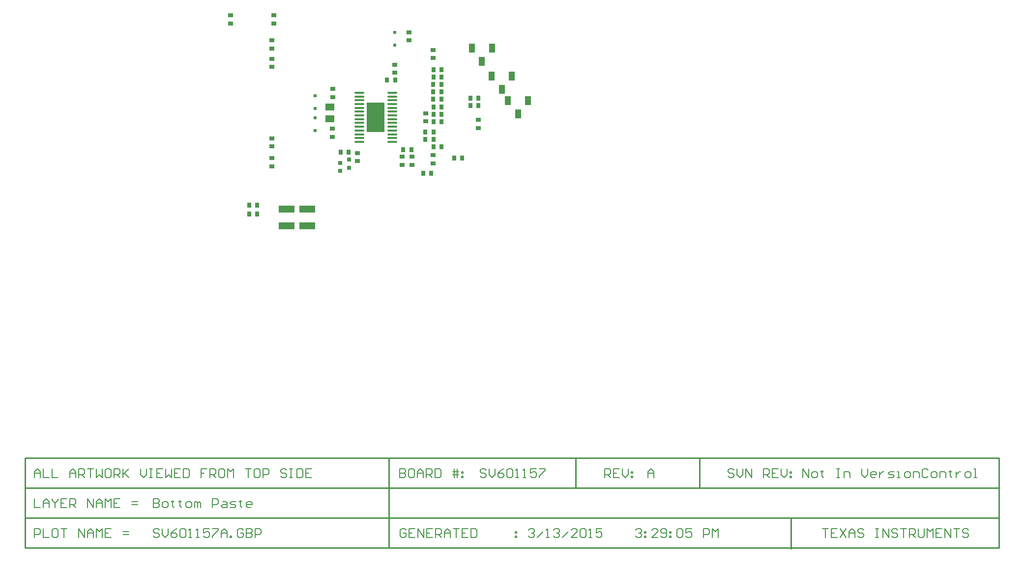
<source format=gbp>
%FSAX25Y25*%
%MOIN*%
G70*
G01*
G75*
G04 Layer_Color=128*
%ADD10R,0.90000X0.25000*%
%ADD11R,0.07874X0.07874*%
%ADD12R,0.07480X0.17323*%
%ADD13R,0.02559X0.04724*%
%ADD14R,0.02756X0.01969*%
%ADD15R,0.18504X0.17716*%
%ADD16R,0.21654X0.27559*%
%ADD17C,0.03937*%
%ADD18R,0.07874X0.15748*%
%ADD19R,0.03937X0.44094*%
%ADD20R,0.03937X0.25984*%
%ADD21R,0.10630X0.05118*%
%ADD22R,0.06300X0.05000*%
%ADD23R,0.03740X0.03937*%
%ADD24R,0.04724X0.02559*%
%ADD25R,0.01969X0.02756*%
%ADD26R,0.17716X0.18504*%
%ADD27R,0.07874X0.07874*%
%ADD28P,0.07072X4X90.0*%
%ADD29C,0.02400*%
%ADD30C,0.01200*%
%ADD31C,0.01000*%
%ADD32C,0.00800*%
%ADD33C,0.31496*%
%ADD34C,0.08700*%
%ADD35C,0.47244*%
%ADD36C,0.01575*%
%ADD37C,0.02400*%
%ADD38C,0.03800*%
%ADD39C,0.00700*%
%ADD40R,0.03937X0.06299*%
%ADD41R,0.02362X0.02362*%
%ADD42R,0.12205X0.20394*%
%ADD43O,0.06693X0.01378*%
%ADD44R,0.03347X0.03150*%
%ADD45R,0.03000X0.03000*%
%ADD46R,0.03150X0.03347*%
%ADD47C,0.01600*%
%ADD48C,0.00799*%
%ADD49C,0.00500*%
%ADD50C,0.00787*%
%ADD51C,0.00709*%
%ADD52C,0.00669*%
%ADD53C,0.01400*%
%ADD54R,0.12400X0.02000*%
%ADD55R,0.01762X0.02224*%
%ADD56R,0.02224X0.01762*%
%ADD57R,0.02000X0.12400*%
%ADD58R,0.30000X0.10000*%
%ADD59R,0.05118X0.04854*%
%ADD60R,0.05118X0.04854*%
%ADD61R,0.04854X0.05118*%
%ADD62R,0.08268X0.08268*%
%ADD63R,0.07874X0.17716*%
%ADD64R,0.02953X0.05118*%
%ADD65R,0.03150X0.02362*%
%ADD66R,0.18898X0.18110*%
%ADD67R,0.22047X0.27953*%
%ADD68C,0.07874*%
%ADD69R,0.08268X0.16142*%
%ADD70R,0.04331X0.44488*%
%ADD71R,0.04331X0.26378*%
%ADD72R,0.11024X0.05512*%
%ADD73R,0.06694X0.05394*%
%ADD74R,0.04134X0.04331*%
%ADD75R,0.05118X0.02953*%
%ADD76R,0.02362X0.03150*%
%ADD77R,0.18110X0.18898*%
%ADD78R,0.08268X0.08268*%
%ADD79C,0.31890*%
%ADD80C,0.09094*%
%ADD81C,0.47638*%
%ADD82C,0.01969*%
%ADD83C,0.02794*%
%ADD84C,0.04194*%
%ADD85R,0.04331X0.06693*%
%ADD86R,0.02756X0.02756*%
%ADD87R,0.12598X0.20787*%
%ADD88O,0.07087X0.01772*%
%ADD89R,0.03740X0.03543*%
%ADD90R,0.03394X0.03394*%
%ADD91R,0.03543X0.03740*%
%ADD92R,0.01969X0.01969*%
G54D21*
X0217385Y0258691D02*
D03*
Y0270109D02*
D03*
X0231385Y0258691D02*
D03*
Y0270109D02*
D03*
G54D22*
X0246700Y0331400D02*
D03*
Y0339400D02*
D03*
G54D31*
X0497200Y0080717D02*
Y0101050D01*
X0413200Y0080717D02*
Y0101050D01*
X0040000Y0080717D02*
X0700200D01*
X0040000Y0060383D02*
X0700000D01*
X0040000Y0040050D02*
X0440500D01*
X0040050Y0101050D02*
X0700200D01*
X0040050Y0040050D02*
Y0101050D01*
Y0040050D02*
X0197600D01*
X0040000D02*
Y0101050D01*
X0286500Y0040050D02*
Y0101050D01*
X0700200Y0040050D02*
Y0101050D01*
X0440500Y0040050D02*
X0700200D01*
X0559400Y0039400D02*
Y0059683D01*
G54D32*
X0126900Y0073549D02*
Y0067551D01*
X0129899D01*
X0130899Y0068550D01*
Y0069550D01*
X0129899Y0070550D01*
X0126900D01*
X0129899D01*
X0130899Y0071549D01*
Y0072549D01*
X0129899Y0073549D01*
X0126900D01*
X0133898Y0067551D02*
X0135897D01*
X0136897Y0068550D01*
Y0070550D01*
X0135897Y0071549D01*
X0133898D01*
X0132898Y0070550D01*
Y0068550D01*
X0133898Y0067551D01*
X0139896Y0072549D02*
Y0071549D01*
X0138896D01*
X0140895D01*
X0139896D01*
Y0068550D01*
X0140895Y0067551D01*
X0144894Y0072549D02*
Y0071549D01*
X0143895D01*
X0145894D01*
X0144894D01*
Y0068550D01*
X0145894Y0067551D01*
X0149893D02*
X0151892D01*
X0152892Y0068550D01*
Y0070550D01*
X0151892Y0071549D01*
X0149893D01*
X0148893Y0070550D01*
Y0068550D01*
X0149893Y0067551D01*
X0154891D02*
Y0071549D01*
X0155891D01*
X0156890Y0070550D01*
Y0067551D01*
Y0070550D01*
X0157890Y0071549D01*
X0158890Y0070550D01*
Y0067551D01*
X0166887D02*
Y0073549D01*
X0169886D01*
X0170886Y0072549D01*
Y0070550D01*
X0169886Y0069550D01*
X0166887D01*
X0173885Y0071549D02*
X0175884D01*
X0176884Y0070550D01*
Y0067551D01*
X0173885D01*
X0172885Y0068550D01*
X0173885Y0069550D01*
X0176884D01*
X0178883Y0067551D02*
X0181882D01*
X0182882Y0068550D01*
X0181882Y0069550D01*
X0179883D01*
X0178883Y0070550D01*
X0179883Y0071549D01*
X0182882D01*
X0185881Y0072549D02*
Y0071549D01*
X0184881D01*
X0186881D01*
X0185881D01*
Y0068550D01*
X0186881Y0067551D01*
X0192879D02*
X0190879D01*
X0189880Y0068550D01*
Y0070550D01*
X0190879Y0071549D01*
X0192879D01*
X0193878Y0070550D01*
Y0069550D01*
X0189880D01*
X0567400Y0087833D02*
Y0093831D01*
X0571399Y0087833D01*
Y0093831D01*
X0574398Y0087833D02*
X0576397D01*
X0577397Y0088833D01*
Y0090832D01*
X0576397Y0091832D01*
X0574398D01*
X0573398Y0090832D01*
Y0088833D01*
X0574398Y0087833D01*
X0580396Y0092832D02*
Y0091832D01*
X0579396D01*
X0581395D01*
X0580396D01*
Y0088833D01*
X0581395Y0087833D01*
X0590393Y0093831D02*
X0592392D01*
X0591392D01*
Y0087833D01*
X0590393D01*
X0592392D01*
X0595391D02*
Y0091832D01*
X0598390D01*
X0599390Y0090832D01*
Y0087833D01*
X0607387Y0093831D02*
Y0089833D01*
X0609386Y0087833D01*
X0611386Y0089833D01*
Y0093831D01*
X0616384Y0087833D02*
X0614385D01*
X0613385Y0088833D01*
Y0090832D01*
X0614385Y0091832D01*
X0616384D01*
X0617384Y0090832D01*
Y0089833D01*
X0613385D01*
X0619383Y0091832D02*
Y0087833D01*
Y0089833D01*
X0620383Y0090832D01*
X0621383Y0091832D01*
X0622382D01*
X0625381Y0087833D02*
X0628380D01*
X0629380Y0088833D01*
X0628380Y0089833D01*
X0626381D01*
X0625381Y0090832D01*
X0626381Y0091832D01*
X0629380D01*
X0631379Y0087833D02*
X0633379D01*
X0632379D01*
Y0091832D01*
X0631379D01*
X0637377Y0087833D02*
X0639377D01*
X0640376Y0088833D01*
Y0090832D01*
X0639377Y0091832D01*
X0637377D01*
X0636378Y0090832D01*
Y0088833D01*
X0637377Y0087833D01*
X0642376D02*
Y0091832D01*
X0645375D01*
X0646374Y0090832D01*
Y0087833D01*
X0652373Y0092832D02*
X0651373Y0093831D01*
X0649373D01*
X0648374Y0092832D01*
Y0088833D01*
X0649373Y0087833D01*
X0651373D01*
X0652373Y0088833D01*
X0655372Y0087833D02*
X0657371D01*
X0658371Y0088833D01*
Y0090832D01*
X0657371Y0091832D01*
X0655372D01*
X0654372Y0090832D01*
Y0088833D01*
X0655372Y0087833D01*
X0660370D02*
Y0091832D01*
X0663369D01*
X0664369Y0090832D01*
Y0087833D01*
X0667368Y0092832D02*
Y0091832D01*
X0666368D01*
X0668367D01*
X0667368D01*
Y0088833D01*
X0668367Y0087833D01*
X0671366Y0091832D02*
Y0087833D01*
Y0089833D01*
X0672366Y0090832D01*
X0673366Y0091832D01*
X0674365D01*
X0678364Y0087833D02*
X0680364D01*
X0681363Y0088833D01*
Y0090832D01*
X0680364Y0091832D01*
X0678364D01*
X0677364Y0090832D01*
Y0088833D01*
X0678364Y0087833D01*
X0683362D02*
X0685362D01*
X0684362D01*
Y0093831D01*
X0683362D01*
X0520799Y0092832D02*
X0519799Y0093831D01*
X0517800D01*
X0516800Y0092832D01*
Y0091832D01*
X0517800Y0090832D01*
X0519799D01*
X0520799Y0089833D01*
Y0088833D01*
X0519799Y0087833D01*
X0517800D01*
X0516800Y0088833D01*
X0522798Y0093831D02*
Y0089833D01*
X0524797Y0087833D01*
X0526797Y0089833D01*
Y0093831D01*
X0528796Y0087833D02*
Y0093831D01*
X0532795Y0087833D01*
Y0093831D01*
X0540792Y0087833D02*
Y0093831D01*
X0543791D01*
X0544791Y0092832D01*
Y0090832D01*
X0543791Y0089833D01*
X0540792D01*
X0542792D02*
X0544791Y0087833D01*
X0550789Y0093831D02*
X0546790D01*
Y0087833D01*
X0550789D01*
X0546790Y0090832D02*
X0548790D01*
X0552788Y0093831D02*
Y0089833D01*
X0554788Y0087833D01*
X0556787Y0089833D01*
Y0093831D01*
X0558786Y0091832D02*
X0559786D01*
Y0090832D01*
X0558786D01*
Y0091832D01*
Y0088833D02*
X0559786D01*
Y0087833D01*
X0558786D01*
Y0088833D01*
X0433000Y0087833D02*
Y0093831D01*
X0435999D01*
X0436999Y0092832D01*
Y0090832D01*
X0435999Y0089833D01*
X0433000D01*
X0434999D02*
X0436999Y0087833D01*
X0442997Y0093831D02*
X0438998D01*
Y0087833D01*
X0442997D01*
X0438998Y0090832D02*
X0440997D01*
X0444996Y0093831D02*
Y0089833D01*
X0446995Y0087833D01*
X0448995Y0089833D01*
Y0093831D01*
X0450994Y0091832D02*
X0451994D01*
Y0090832D01*
X0450994D01*
Y0091832D01*
Y0088833D02*
X0451994D01*
Y0087833D01*
X0450994D01*
Y0088833D01*
X0130899Y0051965D02*
X0129899Y0052965D01*
X0127900D01*
X0126900Y0051965D01*
Y0050965D01*
X0127900Y0049966D01*
X0129899D01*
X0130899Y0048966D01*
Y0047966D01*
X0129899Y0046966D01*
X0127900D01*
X0126900Y0047966D01*
X0132898Y0052965D02*
Y0048966D01*
X0134897Y0046966D01*
X0136897Y0048966D01*
Y0052965D01*
X0142895D02*
X0140895Y0051965D01*
X0138896Y0049966D01*
Y0047966D01*
X0139896Y0046966D01*
X0141895D01*
X0142895Y0047966D01*
Y0048966D01*
X0141895Y0049966D01*
X0138896D01*
X0144894Y0051965D02*
X0145894Y0052965D01*
X0147893D01*
X0148893Y0051965D01*
Y0047966D01*
X0147893Y0046966D01*
X0145894D01*
X0144894Y0047966D01*
Y0051965D01*
X0150892Y0046966D02*
X0152892D01*
X0151892D01*
Y0052965D01*
X0150892Y0051965D01*
X0155891Y0046966D02*
X0157890D01*
X0156890D01*
Y0052965D01*
X0155891Y0051965D01*
X0164888Y0052965D02*
X0160889D01*
Y0049966D01*
X0162888Y0050965D01*
X0163888D01*
X0164888Y0049966D01*
Y0047966D01*
X0163888Y0046966D01*
X0161889D01*
X0160889Y0047966D01*
X0166887Y0052965D02*
X0170886D01*
Y0051965D01*
X0166887Y0047966D01*
Y0046966D01*
X0172885D02*
Y0050965D01*
X0174884Y0052965D01*
X0176884Y0050965D01*
Y0046966D01*
Y0049966D01*
X0172885D01*
X0178883Y0046966D02*
Y0047966D01*
X0179883D01*
Y0046966D01*
X0178883D01*
X0187880Y0051965D02*
X0186881Y0052965D01*
X0184881D01*
X0183882Y0051965D01*
Y0047966D01*
X0184881Y0046966D01*
X0186881D01*
X0187880Y0047966D01*
Y0049966D01*
X0185881D01*
X0189880Y0052965D02*
Y0046966D01*
X0192879D01*
X0193878Y0047966D01*
Y0048966D01*
X0192879Y0049966D01*
X0189880D01*
X0192879D01*
X0193878Y0050965D01*
Y0051965D01*
X0192879Y0052965D01*
X0189880D01*
X0195878Y0046966D02*
Y0052965D01*
X0198877D01*
X0199876Y0051965D01*
Y0049966D01*
X0198877Y0048966D01*
X0195878D01*
X0381150Y0051965D02*
X0382150Y0052965D01*
X0384149D01*
X0385149Y0051965D01*
Y0050965D01*
X0384149Y0049966D01*
X0383149D01*
X0384149D01*
X0385149Y0048966D01*
Y0047966D01*
X0384149Y0046966D01*
X0382150D01*
X0381150Y0047966D01*
X0387148Y0046966D02*
X0391147Y0050965D01*
X0393146Y0046966D02*
X0395146D01*
X0394146D01*
Y0052965D01*
X0393146Y0051965D01*
X0398145D02*
X0399144Y0052965D01*
X0401144D01*
X0402143Y0051965D01*
Y0050965D01*
X0401144Y0049966D01*
X0400144D01*
X0401144D01*
X0402143Y0048966D01*
Y0047966D01*
X0401144Y0046966D01*
X0399144D01*
X0398145Y0047966D01*
X0404143Y0046966D02*
X0408141Y0050965D01*
X0414139Y0046966D02*
X0410141D01*
X0414139Y0050965D01*
Y0051965D01*
X0413140Y0052965D01*
X0411140D01*
X0410141Y0051965D01*
X0416139D02*
X0417138Y0052965D01*
X0419138D01*
X0420137Y0051965D01*
Y0047966D01*
X0419138Y0046966D01*
X0417138D01*
X0416139Y0047966D01*
Y0051965D01*
X0422137Y0046966D02*
X0424136D01*
X0423136D01*
Y0052965D01*
X0422137Y0051965D01*
X0431134Y0052965D02*
X0427135D01*
Y0049966D01*
X0429135Y0050965D01*
X0430134D01*
X0431134Y0049966D01*
Y0047966D01*
X0430134Y0046966D01*
X0428135D01*
X0427135Y0047966D01*
X0298199Y0051965D02*
X0297199Y0052965D01*
X0295200D01*
X0294200Y0051965D01*
Y0047966D01*
X0295200Y0046966D01*
X0297199D01*
X0298199Y0047966D01*
Y0049966D01*
X0296199D01*
X0304197Y0052965D02*
X0300198D01*
Y0046966D01*
X0304197D01*
X0300198Y0049966D02*
X0302197D01*
X0306196Y0046966D02*
Y0052965D01*
X0310195Y0046966D01*
Y0052965D01*
X0316193D02*
X0312194D01*
Y0046966D01*
X0316193D01*
X0312194Y0049966D02*
X0314194D01*
X0318192Y0046966D02*
Y0052965D01*
X0321191D01*
X0322191Y0051965D01*
Y0049966D01*
X0321191Y0048966D01*
X0318192D01*
X0320192D02*
X0322191Y0046966D01*
X0324190D02*
Y0050965D01*
X0326190Y0052965D01*
X0328189Y0050965D01*
Y0046966D01*
Y0049966D01*
X0324190D01*
X0330188Y0052965D02*
X0334187D01*
X0332188D01*
Y0046966D01*
X0340185Y0052965D02*
X0336186D01*
Y0046966D01*
X0340185D01*
X0336186Y0049966D02*
X0338186D01*
X0342184Y0052965D02*
Y0046966D01*
X0345183D01*
X0346183Y0047966D01*
Y0051965D01*
X0345183Y0052965D01*
X0342184D01*
X0372175Y0050965D02*
X0373175D01*
Y0049966D01*
X0372175D01*
Y0050965D01*
Y0047966D02*
X0373175D01*
Y0046966D01*
X0372175D01*
Y0047966D01*
X0046350Y0087833D02*
Y0091832D01*
X0048349Y0093831D01*
X0050349Y0091832D01*
Y0087833D01*
Y0090832D01*
X0046350D01*
X0052348Y0093831D02*
Y0087833D01*
X0056347D01*
X0058346Y0093831D02*
Y0087833D01*
X0062345D01*
X0070342D02*
Y0091832D01*
X0072342Y0093831D01*
X0074341Y0091832D01*
Y0087833D01*
Y0090832D01*
X0070342D01*
X0076340Y0087833D02*
Y0093831D01*
X0079339D01*
X0080339Y0092832D01*
Y0090832D01*
X0079339Y0089833D01*
X0076340D01*
X0078340D02*
X0080339Y0087833D01*
X0082338Y0093831D02*
X0086337D01*
X0084338D01*
Y0087833D01*
X0088336Y0093831D02*
Y0087833D01*
X0090336Y0089833D01*
X0092335Y0087833D01*
Y0093831D01*
X0097334D02*
X0095334D01*
X0094335Y0092832D01*
Y0088833D01*
X0095334Y0087833D01*
X0097334D01*
X0098333Y0088833D01*
Y0092832D01*
X0097334Y0093831D01*
X0100332Y0087833D02*
Y0093831D01*
X0103332D01*
X0104331Y0092832D01*
Y0090832D01*
X0103332Y0089833D01*
X0100332D01*
X0102332D02*
X0104331Y0087833D01*
X0106331Y0093831D02*
Y0087833D01*
Y0089833D01*
X0110329Y0093831D01*
X0107330Y0090832D01*
X0110329Y0087833D01*
X0118327Y0093831D02*
Y0089833D01*
X0120326Y0087833D01*
X0122325Y0089833D01*
Y0093831D01*
X0124325D02*
X0126324D01*
X0125324D01*
Y0087833D01*
X0124325D01*
X0126324D01*
X0133322Y0093831D02*
X0129323D01*
Y0087833D01*
X0133322D01*
X0129323Y0090832D02*
X0131323D01*
X0135321Y0093831D02*
Y0087833D01*
X0137321Y0089833D01*
X0139320Y0087833D01*
Y0093831D01*
X0145318D02*
X0141319D01*
Y0087833D01*
X0145318D01*
X0141319Y0090832D02*
X0143319D01*
X0147317Y0093831D02*
Y0087833D01*
X0150316D01*
X0151316Y0088833D01*
Y0092832D01*
X0150316Y0093831D01*
X0147317D01*
X0163312D02*
X0159313D01*
Y0090832D01*
X0161313D01*
X0159313D01*
Y0087833D01*
X0165312D02*
Y0093831D01*
X0168310D01*
X0169310Y0092832D01*
Y0090832D01*
X0168310Y0089833D01*
X0165312D01*
X0167311D02*
X0169310Y0087833D01*
X0174309Y0093831D02*
X0172309D01*
X0171310Y0092832D01*
Y0088833D01*
X0172309Y0087833D01*
X0174309D01*
X0175308Y0088833D01*
Y0092832D01*
X0174309Y0093831D01*
X0177308Y0087833D02*
Y0093831D01*
X0179307Y0091832D01*
X0181306Y0093831D01*
Y0087833D01*
X0189304Y0093831D02*
X0193303D01*
X0191303D01*
Y0087833D01*
X0198301Y0093831D02*
X0196301D01*
X0195302Y0092832D01*
Y0088833D01*
X0196301Y0087833D01*
X0198301D01*
X0199301Y0088833D01*
Y0092832D01*
X0198301Y0093831D01*
X0201300Y0087833D02*
Y0093831D01*
X0204299D01*
X0205299Y0092832D01*
Y0090832D01*
X0204299Y0089833D01*
X0201300D01*
X0217295Y0092832D02*
X0216295Y0093831D01*
X0214296D01*
X0213296Y0092832D01*
Y0091832D01*
X0214296Y0090832D01*
X0216295D01*
X0217295Y0089833D01*
Y0088833D01*
X0216295Y0087833D01*
X0214296D01*
X0213296Y0088833D01*
X0219294Y0093831D02*
X0221293D01*
X0220294D01*
Y0087833D01*
X0219294D01*
X0221293D01*
X0224292Y0093831D02*
Y0087833D01*
X0227291D01*
X0228291Y0088833D01*
Y0092832D01*
X0227291Y0093831D01*
X0224292D01*
X0234289D02*
X0230291D01*
Y0087833D01*
X0234289D01*
X0230291Y0090832D02*
X0232290D01*
X0462150Y0087833D02*
Y0091832D01*
X0464149Y0093831D01*
X0466149Y0091832D01*
Y0087833D01*
Y0090832D01*
X0462150D01*
X0352549Y0092832D02*
X0351549Y0093831D01*
X0349550D01*
X0348550Y0092832D01*
Y0091832D01*
X0349550Y0090832D01*
X0351549D01*
X0352549Y0089833D01*
Y0088833D01*
X0351549Y0087833D01*
X0349550D01*
X0348550Y0088833D01*
X0354548Y0093831D02*
Y0089833D01*
X0356547Y0087833D01*
X0358547Y0089833D01*
Y0093831D01*
X0364545D02*
X0362545Y0092832D01*
X0360546Y0090832D01*
Y0088833D01*
X0361546Y0087833D01*
X0363545D01*
X0364545Y0088833D01*
Y0089833D01*
X0363545Y0090832D01*
X0360546D01*
X0366544Y0092832D02*
X0367544Y0093831D01*
X0369543D01*
X0370543Y0092832D01*
Y0088833D01*
X0369543Y0087833D01*
X0367544D01*
X0366544Y0088833D01*
Y0092832D01*
X0372542Y0087833D02*
X0374542D01*
X0373542D01*
Y0093831D01*
X0372542Y0092832D01*
X0377541Y0087833D02*
X0379540D01*
X0378540D01*
Y0093831D01*
X0377541Y0092832D01*
X0386538Y0093831D02*
X0382539D01*
Y0090832D01*
X0384538Y0091832D01*
X0385538D01*
X0386538Y0090832D01*
Y0088833D01*
X0385538Y0087833D01*
X0383539D01*
X0382539Y0088833D01*
X0388537Y0093831D02*
X0392536D01*
Y0092832D01*
X0388537Y0088833D01*
Y0087833D01*
X0294000Y0093831D02*
Y0087833D01*
X0296999D01*
X0297999Y0088833D01*
Y0089833D01*
X0296999Y0090832D01*
X0294000D01*
X0296999D01*
X0297999Y0091832D01*
Y0092832D01*
X0296999Y0093831D01*
X0294000D01*
X0302997D02*
X0300998D01*
X0299998Y0092832D01*
Y0088833D01*
X0300998Y0087833D01*
X0302997D01*
X0303997Y0088833D01*
Y0092832D01*
X0302997Y0093831D01*
X0305996Y0087833D02*
Y0091832D01*
X0307996Y0093831D01*
X0309995Y0091832D01*
Y0087833D01*
Y0090832D01*
X0305996D01*
X0311994Y0087833D02*
Y0093831D01*
X0314993D01*
X0315993Y0092832D01*
Y0090832D01*
X0314993Y0089833D01*
X0311994D01*
X0313994D02*
X0315993Y0087833D01*
X0317992Y0093831D02*
Y0087833D01*
X0320991D01*
X0321991Y0088833D01*
Y0092832D01*
X0320991Y0093831D01*
X0317992D01*
X0330988Y0087833D02*
Y0093831D01*
X0332987D02*
Y0087833D01*
X0329988Y0091832D02*
X0332987D01*
X0333987D01*
X0329988Y0089833D02*
X0333987D01*
X0335986Y0091832D02*
X0336986D01*
Y0090832D01*
X0335986D01*
Y0091832D01*
Y0088833D02*
X0336986D01*
Y0087833D01*
X0335986D01*
Y0088833D01*
X0046350Y0073549D02*
Y0067551D01*
X0050349D01*
X0052348D02*
Y0071549D01*
X0054347Y0073549D01*
X0056347Y0071549D01*
Y0067551D01*
Y0070550D01*
X0052348D01*
X0058346Y0073549D02*
Y0072549D01*
X0060346Y0070550D01*
X0062345Y0072549D01*
Y0073549D01*
X0060346Y0070550D02*
Y0067551D01*
X0068343Y0073549D02*
X0064344D01*
Y0067551D01*
X0068343D01*
X0064344Y0070550D02*
X0066343D01*
X0070342Y0067551D02*
Y0073549D01*
X0073341D01*
X0074341Y0072549D01*
Y0070550D01*
X0073341Y0069550D01*
X0070342D01*
X0072342D02*
X0074341Y0067551D01*
X0082338D02*
Y0073549D01*
X0086337Y0067551D01*
Y0073549D01*
X0088336Y0067551D02*
Y0071549D01*
X0090336Y0073549D01*
X0092335Y0071549D01*
Y0067551D01*
Y0070550D01*
X0088336D01*
X0094335Y0067551D02*
Y0073549D01*
X0096334Y0071549D01*
X0098333Y0073549D01*
Y0067551D01*
X0104331Y0073549D02*
X0100332D01*
Y0067551D01*
X0104331D01*
X0100332Y0070550D02*
X0102332D01*
X0112329Y0069550D02*
X0116327D01*
X0112329Y0071549D02*
X0116327D01*
X0046350Y0046966D02*
Y0052965D01*
X0049349D01*
X0050349Y0051965D01*
Y0049966D01*
X0049349Y0048966D01*
X0046350D01*
X0052348Y0052965D02*
Y0046966D01*
X0056347D01*
X0061345Y0052965D02*
X0059346D01*
X0058346Y0051965D01*
Y0047966D01*
X0059346Y0046966D01*
X0061345D01*
X0062345Y0047966D01*
Y0051965D01*
X0061345Y0052965D01*
X0064344D02*
X0068343D01*
X0066343D01*
Y0046966D01*
X0076340D02*
Y0052965D01*
X0080339Y0046966D01*
Y0052965D01*
X0082338Y0046966D02*
Y0050965D01*
X0084338Y0052965D01*
X0086337Y0050965D01*
Y0046966D01*
Y0049966D01*
X0082338D01*
X0088336Y0046966D02*
Y0052965D01*
X0090336Y0050965D01*
X0092335Y0052965D01*
Y0046966D01*
X0098333Y0052965D02*
X0094335D01*
Y0046966D01*
X0098333D01*
X0094335Y0049966D02*
X0096334D01*
X0106331Y0048966D02*
X0110329D01*
X0106331Y0050965D02*
X0110329D01*
X0454050Y0051965D02*
X0455050Y0052965D01*
X0457049D01*
X0458049Y0051965D01*
Y0050965D01*
X0457049Y0049966D01*
X0456049D01*
X0457049D01*
X0458049Y0048966D01*
Y0047966D01*
X0457049Y0046966D01*
X0455050D01*
X0454050Y0047966D01*
X0460048Y0050965D02*
X0461048D01*
Y0049966D01*
X0460048D01*
Y0050965D01*
Y0047966D02*
X0461048D01*
Y0046966D01*
X0460048D01*
Y0047966D01*
X0469045Y0046966D02*
X0465046D01*
X0469045Y0050965D01*
Y0051965D01*
X0468046Y0052965D01*
X0466046D01*
X0465046Y0051965D01*
X0471044Y0047966D02*
X0472044Y0046966D01*
X0474044D01*
X0475043Y0047966D01*
Y0051965D01*
X0474044Y0052965D01*
X0472044D01*
X0471044Y0051965D01*
Y0050965D01*
X0472044Y0049966D01*
X0475043D01*
X0477043Y0050965D02*
X0478042D01*
Y0049966D01*
X0477043D01*
Y0050965D01*
Y0047966D02*
X0478042D01*
Y0046966D01*
X0477043D01*
Y0047966D01*
X0482041Y0051965D02*
X0483041Y0052965D01*
X0485040D01*
X0486040Y0051965D01*
Y0047966D01*
X0485040Y0046966D01*
X0483041D01*
X0482041Y0047966D01*
Y0051965D01*
X0492038Y0052965D02*
X0488039D01*
Y0049966D01*
X0490038Y0050965D01*
X0491038D01*
X0492038Y0049966D01*
Y0047966D01*
X0491038Y0046966D01*
X0489039D01*
X0488039Y0047966D01*
X0500035Y0046966D02*
Y0052965D01*
X0503034D01*
X0504034Y0051965D01*
Y0049966D01*
X0503034Y0048966D01*
X0500035D01*
X0506033Y0046966D02*
Y0052965D01*
X0508033Y0050965D01*
X0510032Y0052965D01*
Y0046966D01*
X0580500Y0052965D02*
X0584499D01*
X0582499D01*
Y0046966D01*
X0590497Y0052965D02*
X0586498D01*
Y0046966D01*
X0590497D01*
X0586498Y0049966D02*
X0588497D01*
X0592496Y0052965D02*
X0596495Y0046966D01*
Y0052965D02*
X0592496Y0046966D01*
X0598494D02*
Y0050965D01*
X0600493Y0052965D01*
X0602493Y0050965D01*
Y0046966D01*
Y0049966D01*
X0598494D01*
X0608491Y0051965D02*
X0607491Y0052965D01*
X0605492D01*
X0604492Y0051965D01*
Y0050965D01*
X0605492Y0049966D01*
X0607491D01*
X0608491Y0048966D01*
Y0047966D01*
X0607491Y0046966D01*
X0605492D01*
X0604492Y0047966D01*
X0616488Y0052965D02*
X0618488D01*
X0617488D01*
Y0046966D01*
X0616488D01*
X0618488D01*
X0621487D02*
Y0052965D01*
X0625486Y0046966D01*
Y0052965D01*
X0631484Y0051965D02*
X0630484Y0052965D01*
X0628484D01*
X0627485Y0051965D01*
Y0050965D01*
X0628484Y0049966D01*
X0630484D01*
X0631484Y0048966D01*
Y0047966D01*
X0630484Y0046966D01*
X0628484D01*
X0627485Y0047966D01*
X0633483Y0052965D02*
X0637482D01*
X0635482D01*
Y0046966D01*
X0639481D02*
Y0052965D01*
X0642480D01*
X0643480Y0051965D01*
Y0049966D01*
X0642480Y0048966D01*
X0639481D01*
X0641480D02*
X0643480Y0046966D01*
X0645479Y0052965D02*
Y0047966D01*
X0646479Y0046966D01*
X0648478D01*
X0649478Y0047966D01*
Y0052965D01*
X0651477Y0046966D02*
Y0052965D01*
X0653476Y0050965D01*
X0655476Y0052965D01*
Y0046966D01*
X0661474Y0052965D02*
X0657475D01*
Y0046966D01*
X0661474D01*
X0657475Y0049966D02*
X0659474D01*
X0663473Y0046966D02*
Y0052965D01*
X0667472Y0046966D01*
Y0052965D01*
X0669471D02*
X0673470D01*
X0671471D01*
Y0046966D01*
X0679468Y0051965D02*
X0678468Y0052965D01*
X0676469D01*
X0675469Y0051965D01*
Y0050965D01*
X0676469Y0049966D01*
X0678468D01*
X0679468Y0048966D01*
Y0047966D01*
X0678468Y0046966D01*
X0676469D01*
X0675469Y0047966D01*
G54D40*
X0367310Y0343928D02*
D03*
X0381090D02*
D03*
X0374200Y0334872D02*
D03*
X0356310Y0360428D02*
D03*
X0370090D02*
D03*
X0363200Y0351372D02*
D03*
X0342810Y0379428D02*
D03*
X0356590D02*
D03*
X0349700Y0370372D02*
D03*
G54D42*
X0277700Y0332463D02*
D03*
G54D43*
X0266479Y0315829D02*
D03*
Y0318388D02*
D03*
Y0320947D02*
D03*
Y0323506D02*
D03*
Y0326065D02*
D03*
Y0328624D02*
D03*
Y0331184D02*
D03*
Y0333742D02*
D03*
Y0336302D02*
D03*
Y0338861D02*
D03*
Y0341420D02*
D03*
Y0343979D02*
D03*
Y0346538D02*
D03*
Y0349097D02*
D03*
X0288920Y0315829D02*
D03*
Y0318388D02*
D03*
Y0320947D02*
D03*
Y0323506D02*
D03*
Y0326065D02*
D03*
Y0328624D02*
D03*
Y0331184D02*
D03*
Y0333742D02*
D03*
Y0336302D02*
D03*
Y0338861D02*
D03*
Y0341420D02*
D03*
Y0343979D02*
D03*
Y0346538D02*
D03*
Y0349097D02*
D03*
G54D44*
X0207200Y0312644D02*
D03*
Y0318156D02*
D03*
X0295700Y0305656D02*
D03*
Y0300144D02*
D03*
X0302200Y0305656D02*
D03*
Y0300144D02*
D03*
X0300200Y0384644D02*
D03*
Y0390156D02*
D03*
X0290700Y0362707D02*
D03*
Y0368219D02*
D03*
X0311700Y0329707D02*
D03*
Y0335219D02*
D03*
X0248200Y0324656D02*
D03*
Y0319144D02*
D03*
X0248700Y0351656D02*
D03*
Y0346144D02*
D03*
X0316700Y0301144D02*
D03*
Y0306656D02*
D03*
Y0372644D02*
D03*
Y0378156D02*
D03*
X0265200Y0302644D02*
D03*
Y0308156D02*
D03*
X0207200Y0384656D02*
D03*
Y0379144D02*
D03*
Y0366644D02*
D03*
Y0372156D02*
D03*
X0179200Y0401656D02*
D03*
Y0396144D02*
D03*
X0208700Y0401656D02*
D03*
Y0396144D02*
D03*
X0347200Y0325144D02*
D03*
Y0330656D02*
D03*
X0207200Y0304656D02*
D03*
Y0299144D02*
D03*
G54D45*
X0253700Y0301600D02*
D03*
Y0296000D02*
D03*
X0259700Y0303700D02*
D03*
Y0298100D02*
D03*
G54D46*
X0290956Y0357900D02*
D03*
X0285444D02*
D03*
X0322456Y0334463D02*
D03*
X0316944D02*
D03*
X0316950Y0322463D02*
D03*
X0311438D02*
D03*
X0322176Y0349743D02*
D03*
X0316664D02*
D03*
X0341944Y0345463D02*
D03*
X0347456D02*
D03*
X0322456Y0359900D02*
D03*
X0316944D02*
D03*
Y0312400D02*
D03*
X0322456D02*
D03*
X0316664Y0344742D02*
D03*
X0322176D02*
D03*
X0316944Y0329463D02*
D03*
X0322456D02*
D03*
X0316664Y0354743D02*
D03*
X0322176D02*
D03*
X0347456Y0340463D02*
D03*
X0341944D02*
D03*
X0301956Y0310400D02*
D03*
X0296444D02*
D03*
X0316944Y0364900D02*
D03*
X0322456D02*
D03*
X0316944Y0339463D02*
D03*
X0322456D02*
D03*
X0311444Y0317400D02*
D03*
X0316956D02*
D03*
X0315456Y0294400D02*
D03*
X0309944D02*
D03*
X0336456Y0304900D02*
D03*
X0330944D02*
D03*
X0253944Y0308900D02*
D03*
X0259456D02*
D03*
X0197456Y0272900D02*
D03*
X0191944D02*
D03*
X0197456Y0266900D02*
D03*
X0191944D02*
D03*
G54D92*
X0290700Y0381569D02*
D03*
Y0390231D02*
D03*
X0236700Y0338569D02*
D03*
Y0347231D02*
D03*
Y0332231D02*
D03*
Y0323569D02*
D03*
M02*

</source>
